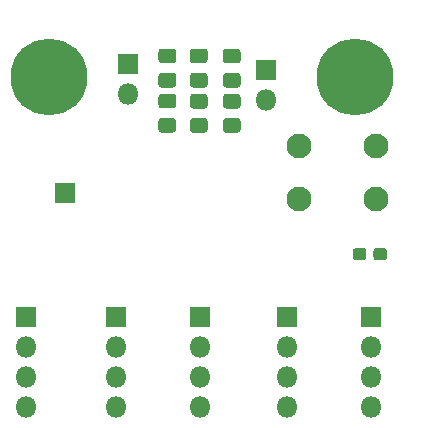
<source format=gbr>
%TF.GenerationSoftware,KiCad,Pcbnew,(5.1.6)-1*%
%TF.CreationDate,2020-09-14T23:39:59+02:00*%
%TF.ProjectId,gpioexpander,6770696f-6578-4706-916e-6465722e6b69,rev?*%
%TF.SameCoordinates,Original*%
%TF.FileFunction,Soldermask,Bot*%
%TF.FilePolarity,Negative*%
%FSLAX46Y46*%
G04 Gerber Fmt 4.6, Leading zero omitted, Abs format (unit mm)*
G04 Created by KiCad (PCBNEW (5.1.6)-1) date 2020-09-14 23:39:59*
%MOMM*%
%LPD*%
G01*
G04 APERTURE LIST*
%ADD10C,6.500000*%
%ADD11R,1.800000X1.800000*%
%ADD12O,1.800000X1.800000*%
%ADD13C,2.100000*%
G04 APERTURE END LIST*
%TO.C,R4*%
G36*
G01*
X119536738Y-65687000D02*
X120493262Y-65687000D01*
G75*
G02*
X120765000Y-65958738I0J-271738D01*
G01*
X120765000Y-66665262D01*
G75*
G02*
X120493262Y-66937000I-271738J0D01*
G01*
X119536738Y-66937000D01*
G75*
G02*
X119265000Y-66665262I0J271738D01*
G01*
X119265000Y-65958738D01*
G75*
G02*
X119536738Y-65687000I271738J0D01*
G01*
G37*
G36*
G01*
X119536738Y-63637000D02*
X120493262Y-63637000D01*
G75*
G02*
X120765000Y-63908738I0J-271738D01*
G01*
X120765000Y-64615262D01*
G75*
G02*
X120493262Y-64887000I-271738J0D01*
G01*
X119536738Y-64887000D01*
G75*
G02*
X119265000Y-64615262I0J271738D01*
G01*
X119265000Y-63908738D01*
G75*
G02*
X119536738Y-63637000I271738J0D01*
G01*
G37*
%TD*%
D10*
%TO.C,H2*%
X107315000Y-62230000D03*
%TD*%
%TO.C,H1*%
X133223000Y-62230000D03*
%TD*%
%TO.C,R8*%
G36*
G01*
X117826262Y-61059000D02*
X116869738Y-61059000D01*
G75*
G02*
X116598000Y-60787262I0J271738D01*
G01*
X116598000Y-60080738D01*
G75*
G02*
X116869738Y-59809000I271738J0D01*
G01*
X117826262Y-59809000D01*
G75*
G02*
X118098000Y-60080738I0J-271738D01*
G01*
X118098000Y-60787262D01*
G75*
G02*
X117826262Y-61059000I-271738J0D01*
G01*
G37*
G36*
G01*
X117826262Y-63109000D02*
X116869738Y-63109000D01*
G75*
G02*
X116598000Y-62837262I0J271738D01*
G01*
X116598000Y-62130738D01*
G75*
G02*
X116869738Y-61859000I271738J0D01*
G01*
X117826262Y-61859000D01*
G75*
G02*
X118098000Y-62130738I0J-271738D01*
G01*
X118098000Y-62837262D01*
G75*
G02*
X117826262Y-63109000I-271738J0D01*
G01*
G37*
%TD*%
%TO.C,R7*%
G36*
G01*
X120493262Y-61059000D02*
X119536738Y-61059000D01*
G75*
G02*
X119265000Y-60787262I0J271738D01*
G01*
X119265000Y-60080738D01*
G75*
G02*
X119536738Y-59809000I271738J0D01*
G01*
X120493262Y-59809000D01*
G75*
G02*
X120765000Y-60080738I0J-271738D01*
G01*
X120765000Y-60787262D01*
G75*
G02*
X120493262Y-61059000I-271738J0D01*
G01*
G37*
G36*
G01*
X120493262Y-63109000D02*
X119536738Y-63109000D01*
G75*
G02*
X119265000Y-62837262I0J271738D01*
G01*
X119265000Y-62130738D01*
G75*
G02*
X119536738Y-61859000I271738J0D01*
G01*
X120493262Y-61859000D01*
G75*
G02*
X120765000Y-62130738I0J-271738D01*
G01*
X120765000Y-62837262D01*
G75*
G02*
X120493262Y-63109000I-271738J0D01*
G01*
G37*
%TD*%
%TO.C,R5*%
G36*
G01*
X116869738Y-65678000D02*
X117826262Y-65678000D01*
G75*
G02*
X118098000Y-65949738I0J-271738D01*
G01*
X118098000Y-66656262D01*
G75*
G02*
X117826262Y-66928000I-271738J0D01*
G01*
X116869738Y-66928000D01*
G75*
G02*
X116598000Y-66656262I0J271738D01*
G01*
X116598000Y-65949738D01*
G75*
G02*
X116869738Y-65678000I271738J0D01*
G01*
G37*
G36*
G01*
X116869738Y-63628000D02*
X117826262Y-63628000D01*
G75*
G02*
X118098000Y-63899738I0J-271738D01*
G01*
X118098000Y-64606262D01*
G75*
G02*
X117826262Y-64878000I-271738J0D01*
G01*
X116869738Y-64878000D01*
G75*
G02*
X116598000Y-64606262I0J271738D01*
G01*
X116598000Y-63899738D01*
G75*
G02*
X116869738Y-63628000I271738J0D01*
G01*
G37*
%TD*%
%TO.C,R3*%
G36*
G01*
X122330738Y-65687000D02*
X123287262Y-65687000D01*
G75*
G02*
X123559000Y-65958738I0J-271738D01*
G01*
X123559000Y-66665262D01*
G75*
G02*
X123287262Y-66937000I-271738J0D01*
G01*
X122330738Y-66937000D01*
G75*
G02*
X122059000Y-66665262I0J271738D01*
G01*
X122059000Y-65958738D01*
G75*
G02*
X122330738Y-65687000I271738J0D01*
G01*
G37*
G36*
G01*
X122330738Y-63637000D02*
X123287262Y-63637000D01*
G75*
G02*
X123559000Y-63908738I0J-271738D01*
G01*
X123559000Y-64615262D01*
G75*
G02*
X123287262Y-64887000I-271738J0D01*
G01*
X122330738Y-64887000D01*
G75*
G02*
X122059000Y-64615262I0J271738D01*
G01*
X122059000Y-63908738D01*
G75*
G02*
X122330738Y-63637000I271738J0D01*
G01*
G37*
%TD*%
%TO.C,R6*%
G36*
G01*
X123287262Y-61068000D02*
X122330738Y-61068000D01*
G75*
G02*
X122059000Y-60796262I0J271738D01*
G01*
X122059000Y-60089738D01*
G75*
G02*
X122330738Y-59818000I271738J0D01*
G01*
X123287262Y-59818000D01*
G75*
G02*
X123559000Y-60089738I0J-271738D01*
G01*
X123559000Y-60796262D01*
G75*
G02*
X123287262Y-61068000I-271738J0D01*
G01*
G37*
G36*
G01*
X123287262Y-63118000D02*
X122330738Y-63118000D01*
G75*
G02*
X122059000Y-62846262I0J271738D01*
G01*
X122059000Y-62139738D01*
G75*
G02*
X122330738Y-61868000I271738J0D01*
G01*
X123287262Y-61868000D01*
G75*
G02*
X123559000Y-62139738I0J-271738D01*
G01*
X123559000Y-62846262D01*
G75*
G02*
X123287262Y-63118000I-271738J0D01*
G01*
G37*
%TD*%
%TO.C,R1*%
G36*
G01*
X134207000Y-76953500D02*
X134207000Y-77478500D01*
G75*
G02*
X133944500Y-77741000I-262500J0D01*
G01*
X133319500Y-77741000D01*
G75*
G02*
X133057000Y-77478500I0J262500D01*
G01*
X133057000Y-76953500D01*
G75*
G02*
X133319500Y-76691000I262500J0D01*
G01*
X133944500Y-76691000D01*
G75*
G02*
X134207000Y-76953500I0J-262500D01*
G01*
G37*
G36*
G01*
X135957000Y-76953500D02*
X135957000Y-77478500D01*
G75*
G02*
X135694500Y-77741000I-262500J0D01*
G01*
X135069500Y-77741000D01*
G75*
G02*
X134807000Y-77478500I0J262500D01*
G01*
X134807000Y-76953500D01*
G75*
G02*
X135069500Y-76691000I262500J0D01*
G01*
X135694500Y-76691000D01*
G75*
G02*
X135957000Y-76953500I0J-262500D01*
G01*
G37*
%TD*%
D11*
%TO.C,J8*%
X108712000Y-72009000D03*
%TD*%
D12*
%TO.C,J1*%
X114046000Y-63627000D03*
D11*
X114046000Y-61087000D03*
%TD*%
D13*
%TO.C,SW1*%
X128501000Y-72517000D03*
X128501000Y-68017000D03*
X135001000Y-72517000D03*
X135001000Y-68017000D03*
%TD*%
D12*
%TO.C,J7*%
X134620000Y-90170000D03*
X134620000Y-87630000D03*
X134620000Y-85090000D03*
D11*
X134620000Y-82550000D03*
%TD*%
D12*
%TO.C,J6*%
X127508000Y-90170000D03*
X127508000Y-87630000D03*
X127508000Y-85090000D03*
D11*
X127508000Y-82550000D03*
%TD*%
D12*
%TO.C,J5*%
X120142000Y-90170000D03*
X120142000Y-87630000D03*
X120142000Y-85090000D03*
D11*
X120142000Y-82550000D03*
%TD*%
D12*
%TO.C,J4*%
X113030000Y-90170000D03*
X113030000Y-87630000D03*
X113030000Y-85090000D03*
D11*
X113030000Y-82550000D03*
%TD*%
D12*
%TO.C,J3*%
X105410000Y-90170000D03*
X105410000Y-87630000D03*
X105410000Y-85090000D03*
D11*
X105410000Y-82550000D03*
%TD*%
D12*
%TO.C,J2*%
X125730000Y-64135000D03*
D11*
X125730000Y-61595000D03*
%TD*%
M02*

</source>
